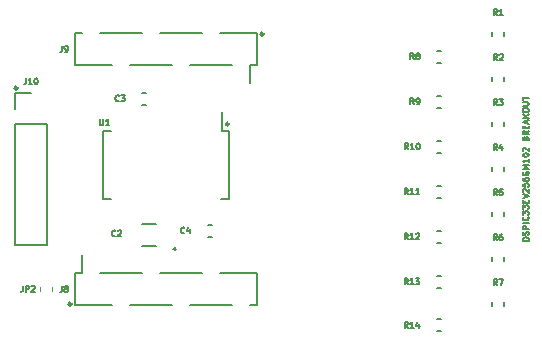
<source format=gto>
%TF.GenerationSoftware,KiCad,Pcbnew,(5.1.6)-1*%
%TF.CreationDate,2020-07-31T18:02:46-07:00*%
%TF.ProjectId,dspic33ev256gm102,64737069-6333-4336-9576-323536676d31,rev?*%
%TF.SameCoordinates,Original*%
%TF.FileFunction,Legend,Top*%
%TF.FilePolarity,Positive*%
%FSLAX46Y46*%
G04 Gerber Fmt 4.6, Leading zero omitted, Abs format (unit mm)*
G04 Created by KiCad (PCBNEW (5.1.6)-1) date 2020-07-31 18:02:46*
%MOMM*%
%LPD*%
G01*
G04 APERTURE LIST*
%ADD10C,0.127000*%
%ADD11C,0.254000*%
%ADD12C,0.120000*%
G04 APERTURE END LIST*
D10*
X195936809Y-93689714D02*
X195428809Y-93689714D01*
X195428809Y-93568761D01*
X195453000Y-93496190D01*
X195501380Y-93447809D01*
X195549761Y-93423619D01*
X195646523Y-93399428D01*
X195719095Y-93399428D01*
X195815857Y-93423619D01*
X195864238Y-93447809D01*
X195912619Y-93496190D01*
X195936809Y-93568761D01*
X195936809Y-93689714D01*
X195912619Y-93205904D02*
X195936809Y-93133333D01*
X195936809Y-93012380D01*
X195912619Y-92964000D01*
X195888428Y-92939809D01*
X195840047Y-92915619D01*
X195791666Y-92915619D01*
X195743285Y-92939809D01*
X195719095Y-92964000D01*
X195694904Y-93012380D01*
X195670714Y-93109142D01*
X195646523Y-93157523D01*
X195622333Y-93181714D01*
X195573952Y-93205904D01*
X195525571Y-93205904D01*
X195477190Y-93181714D01*
X195453000Y-93157523D01*
X195428809Y-93109142D01*
X195428809Y-92988190D01*
X195453000Y-92915619D01*
X195936809Y-92697904D02*
X195428809Y-92697904D01*
X195428809Y-92504380D01*
X195453000Y-92456000D01*
X195477190Y-92431809D01*
X195525571Y-92407619D01*
X195598142Y-92407619D01*
X195646523Y-92431809D01*
X195670714Y-92456000D01*
X195694904Y-92504380D01*
X195694904Y-92697904D01*
X195936809Y-92189904D02*
X195428809Y-92189904D01*
X195888428Y-91657714D02*
X195912619Y-91681904D01*
X195936809Y-91754476D01*
X195936809Y-91802857D01*
X195912619Y-91875428D01*
X195864238Y-91923809D01*
X195815857Y-91948000D01*
X195719095Y-91972190D01*
X195646523Y-91972190D01*
X195549761Y-91948000D01*
X195501380Y-91923809D01*
X195453000Y-91875428D01*
X195428809Y-91802857D01*
X195428809Y-91754476D01*
X195453000Y-91681904D01*
X195477190Y-91657714D01*
X195428809Y-91488380D02*
X195428809Y-91173904D01*
X195622333Y-91343238D01*
X195622333Y-91270666D01*
X195646523Y-91222285D01*
X195670714Y-91198095D01*
X195719095Y-91173904D01*
X195840047Y-91173904D01*
X195888428Y-91198095D01*
X195912619Y-91222285D01*
X195936809Y-91270666D01*
X195936809Y-91415809D01*
X195912619Y-91464190D01*
X195888428Y-91488380D01*
X195428809Y-91004571D02*
X195428809Y-90690095D01*
X195622333Y-90859428D01*
X195622333Y-90786857D01*
X195646523Y-90738476D01*
X195670714Y-90714285D01*
X195719095Y-90690095D01*
X195840047Y-90690095D01*
X195888428Y-90714285D01*
X195912619Y-90738476D01*
X195936809Y-90786857D01*
X195936809Y-90932000D01*
X195912619Y-90980380D01*
X195888428Y-91004571D01*
X195670714Y-90472380D02*
X195670714Y-90303047D01*
X195936809Y-90230476D02*
X195936809Y-90472380D01*
X195428809Y-90472380D01*
X195428809Y-90230476D01*
X195428809Y-90085333D02*
X195936809Y-89916000D01*
X195428809Y-89746666D01*
X195477190Y-89601523D02*
X195453000Y-89577333D01*
X195428809Y-89528952D01*
X195428809Y-89408000D01*
X195453000Y-89359619D01*
X195477190Y-89335428D01*
X195525571Y-89311238D01*
X195573952Y-89311238D01*
X195646523Y-89335428D01*
X195936809Y-89625714D01*
X195936809Y-89311238D01*
X195428809Y-88851619D02*
X195428809Y-89093523D01*
X195670714Y-89117714D01*
X195646523Y-89093523D01*
X195622333Y-89045142D01*
X195622333Y-88924190D01*
X195646523Y-88875809D01*
X195670714Y-88851619D01*
X195719095Y-88827428D01*
X195840047Y-88827428D01*
X195888428Y-88851619D01*
X195912619Y-88875809D01*
X195936809Y-88924190D01*
X195936809Y-89045142D01*
X195912619Y-89093523D01*
X195888428Y-89117714D01*
X195428809Y-88392000D02*
X195428809Y-88488761D01*
X195453000Y-88537142D01*
X195477190Y-88561333D01*
X195549761Y-88609714D01*
X195646523Y-88633904D01*
X195840047Y-88633904D01*
X195888428Y-88609714D01*
X195912619Y-88585523D01*
X195936809Y-88537142D01*
X195936809Y-88440380D01*
X195912619Y-88392000D01*
X195888428Y-88367809D01*
X195840047Y-88343619D01*
X195719095Y-88343619D01*
X195670714Y-88367809D01*
X195646523Y-88392000D01*
X195622333Y-88440380D01*
X195622333Y-88537142D01*
X195646523Y-88585523D01*
X195670714Y-88609714D01*
X195719095Y-88633904D01*
X195453000Y-87859809D02*
X195428809Y-87908190D01*
X195428809Y-87980761D01*
X195453000Y-88053333D01*
X195501380Y-88101714D01*
X195549761Y-88125904D01*
X195646523Y-88150095D01*
X195719095Y-88150095D01*
X195815857Y-88125904D01*
X195864238Y-88101714D01*
X195912619Y-88053333D01*
X195936809Y-87980761D01*
X195936809Y-87932380D01*
X195912619Y-87859809D01*
X195888428Y-87835619D01*
X195719095Y-87835619D01*
X195719095Y-87932380D01*
X195936809Y-87617904D02*
X195428809Y-87617904D01*
X195791666Y-87448571D01*
X195428809Y-87279238D01*
X195936809Y-87279238D01*
X195936809Y-86771238D02*
X195936809Y-87061523D01*
X195936809Y-86916380D02*
X195428809Y-86916380D01*
X195501380Y-86964761D01*
X195549761Y-87013142D01*
X195573952Y-87061523D01*
X195428809Y-86456761D02*
X195428809Y-86408380D01*
X195453000Y-86360000D01*
X195477190Y-86335809D01*
X195525571Y-86311619D01*
X195622333Y-86287428D01*
X195743285Y-86287428D01*
X195840047Y-86311619D01*
X195888428Y-86335809D01*
X195912619Y-86360000D01*
X195936809Y-86408380D01*
X195936809Y-86456761D01*
X195912619Y-86505142D01*
X195888428Y-86529333D01*
X195840047Y-86553523D01*
X195743285Y-86577714D01*
X195622333Y-86577714D01*
X195525571Y-86553523D01*
X195477190Y-86529333D01*
X195453000Y-86505142D01*
X195428809Y-86456761D01*
X195477190Y-86093904D02*
X195453000Y-86069714D01*
X195428809Y-86021333D01*
X195428809Y-85900380D01*
X195453000Y-85852000D01*
X195477190Y-85827809D01*
X195525571Y-85803619D01*
X195573952Y-85803619D01*
X195646523Y-85827809D01*
X195936809Y-86118095D01*
X195936809Y-85803619D01*
X195670714Y-85029523D02*
X195694904Y-84956952D01*
X195719095Y-84932761D01*
X195767476Y-84908571D01*
X195840047Y-84908571D01*
X195888428Y-84932761D01*
X195912619Y-84956952D01*
X195936809Y-85005333D01*
X195936809Y-85198857D01*
X195428809Y-85198857D01*
X195428809Y-85029523D01*
X195453000Y-84981142D01*
X195477190Y-84956952D01*
X195525571Y-84932761D01*
X195573952Y-84932761D01*
X195622333Y-84956952D01*
X195646523Y-84981142D01*
X195670714Y-85029523D01*
X195670714Y-85198857D01*
X195936809Y-84400571D02*
X195694904Y-84569904D01*
X195936809Y-84690857D02*
X195428809Y-84690857D01*
X195428809Y-84497333D01*
X195453000Y-84448952D01*
X195477190Y-84424761D01*
X195525571Y-84400571D01*
X195598142Y-84400571D01*
X195646523Y-84424761D01*
X195670714Y-84448952D01*
X195694904Y-84497333D01*
X195694904Y-84690857D01*
X195670714Y-84182857D02*
X195670714Y-84013523D01*
X195936809Y-83940952D02*
X195936809Y-84182857D01*
X195428809Y-84182857D01*
X195428809Y-83940952D01*
X195791666Y-83747428D02*
X195791666Y-83505523D01*
X195936809Y-83795809D02*
X195428809Y-83626476D01*
X195936809Y-83457142D01*
X195936809Y-83287809D02*
X195428809Y-83287809D01*
X195936809Y-82997523D02*
X195646523Y-83215238D01*
X195428809Y-82997523D02*
X195719095Y-83287809D01*
X195428809Y-82683047D02*
X195428809Y-82586285D01*
X195453000Y-82537904D01*
X195501380Y-82489523D01*
X195598142Y-82465333D01*
X195767476Y-82465333D01*
X195864238Y-82489523D01*
X195912619Y-82537904D01*
X195936809Y-82586285D01*
X195936809Y-82683047D01*
X195912619Y-82731428D01*
X195864238Y-82779809D01*
X195767476Y-82804000D01*
X195598142Y-82804000D01*
X195501380Y-82779809D01*
X195453000Y-82731428D01*
X195428809Y-82683047D01*
X195428809Y-82247619D02*
X195840047Y-82247619D01*
X195888428Y-82223428D01*
X195912619Y-82199238D01*
X195936809Y-82150857D01*
X195936809Y-82054095D01*
X195912619Y-82005714D01*
X195888428Y-81981523D01*
X195840047Y-81957333D01*
X195428809Y-81957333D01*
X195428809Y-81788000D02*
X195428809Y-81497714D01*
X195936809Y-81642857D02*
X195428809Y-81642857D01*
X165989000Y-94234000D02*
X165989000Y-94488000D01*
X165862000Y-94361000D02*
X166116000Y-94361000D01*
D11*
X152654000Y-80772000D02*
G75*
G03*
X152654000Y-80772000I-127000J0D01*
G01*
X157226000Y-99060000D02*
G75*
G03*
X157226000Y-99060000I-127000J0D01*
G01*
X173482000Y-76200000D02*
G75*
G03*
X173482000Y-76200000I-127000J0D01*
G01*
X170561000Y-83820000D02*
G75*
G03*
X170561000Y-83820000I-127000J0D01*
G01*
D10*
%TO.C,R14*%
X188178221Y-101348000D02*
X188503779Y-101348000D01*
X188178221Y-100328000D02*
X188503779Y-100328000D01*
%TO.C,R13*%
X188178221Y-97665000D02*
X188503779Y-97665000D01*
X188178221Y-96645000D02*
X188503779Y-96645000D01*
%TO.C,R12*%
X188178221Y-93855000D02*
X188503779Y-93855000D01*
X188178221Y-92835000D02*
X188503779Y-92835000D01*
%TO.C,R11*%
X188178221Y-90045000D02*
X188503779Y-90045000D01*
X188178221Y-89025000D02*
X188503779Y-89025000D01*
%TO.C,R7*%
X193867500Y-98897221D02*
X193867500Y-99222779D01*
X192847500Y-98897221D02*
X192847500Y-99222779D01*
%TO.C,R6*%
X193867500Y-95087221D02*
X193867500Y-95412779D01*
X192847500Y-95087221D02*
X192847500Y-95412779D01*
%TO.C,R5*%
X193867500Y-91277221D02*
X193867500Y-91602779D01*
X192847500Y-91277221D02*
X192847500Y-91602779D01*
%TO.C,R4*%
X193867500Y-87467221D02*
X193867500Y-87792779D01*
X192847500Y-87467221D02*
X192847500Y-87792779D01*
%TO.C,R10*%
X188178221Y-86235000D02*
X188503779Y-86235000D01*
X188178221Y-85215000D02*
X188503779Y-85215000D01*
%TO.C,R3*%
X193867500Y-83657221D02*
X193867500Y-83982779D01*
X192847500Y-83657221D02*
X192847500Y-83982779D01*
%TO.C,R9*%
X188178221Y-82425000D02*
X188503779Y-82425000D01*
X188178221Y-81405000D02*
X188503779Y-81405000D01*
%TO.C,R8*%
X188178221Y-78615000D02*
X188503779Y-78615000D01*
X188178221Y-77595000D02*
X188503779Y-77595000D01*
%TO.C,R2*%
X193867500Y-79847221D02*
X193867500Y-80172779D01*
X192847500Y-79847221D02*
X192847500Y-80172779D01*
%TO.C,R1*%
X193867500Y-76037221D02*
X193867500Y-76362779D01*
X192847500Y-76037221D02*
X192847500Y-76362779D01*
%TO.C,C2*%
X164429064Y-94128000D02*
X163224936Y-94128000D01*
X164429064Y-92308000D02*
X163224936Y-92308000D01*
%TO.C,C3*%
X163184721Y-82171000D02*
X163510279Y-82171000D01*
X163184721Y-81151000D02*
X163510279Y-81151000D01*
%TO.C,C4*%
X169098279Y-92327000D02*
X168772721Y-92327000D01*
X169098279Y-93347000D02*
X168772721Y-93347000D01*
%TO.C,J10*%
X152467000Y-81220000D02*
X153797000Y-81220000D01*
X152467000Y-82550000D02*
X152467000Y-81220000D01*
X152467000Y-83820000D02*
X155127000Y-83820000D01*
X155127000Y-83820000D02*
X155127000Y-94040000D01*
X152467000Y-83820000D02*
X152467000Y-94040000D01*
X152467000Y-94040000D02*
X155127000Y-94040000D01*
%TO.C,U1*%
X170552000Y-84374000D02*
X169977000Y-84374000D01*
X170552000Y-90124000D02*
X169902000Y-90124000D01*
X159902000Y-90124000D02*
X160552000Y-90124000D01*
X159902000Y-84374000D02*
X160552000Y-84374000D01*
X170552000Y-84374000D02*
X170552000Y-90124000D01*
X159902000Y-84374000D02*
X159902000Y-90124000D01*
X169977000Y-84374000D02*
X169977000Y-82774000D01*
%TO.C,J8*%
X157547000Y-99120000D02*
X157547000Y-96460000D01*
X172907000Y-99120000D02*
X172907000Y-96460000D01*
X159637000Y-96460000D02*
X163197000Y-96460000D01*
X164717000Y-96460000D02*
X168277000Y-96460000D01*
X169797000Y-96460000D02*
X172907000Y-96460000D01*
X157547000Y-99120000D02*
X160657000Y-99120000D01*
X158117000Y-96460000D02*
X158117000Y-94940000D01*
X157547000Y-96460000D02*
X158117000Y-96460000D01*
X172337000Y-99120000D02*
X172907000Y-99120000D01*
X162177000Y-99120000D02*
X165737000Y-99120000D01*
X167257000Y-99120000D02*
X170817000Y-99120000D01*
%TO.C,J9*%
X163197000Y-76140000D02*
X159637000Y-76140000D01*
X168277000Y-76140000D02*
X164717000Y-76140000D01*
X158117000Y-76140000D02*
X157547000Y-76140000D01*
X172907000Y-78800000D02*
X172337000Y-78800000D01*
X172337000Y-78800000D02*
X172337000Y-80320000D01*
X172907000Y-76140000D02*
X169797000Y-76140000D01*
X160657000Y-78800000D02*
X157547000Y-78800000D01*
X165737000Y-78800000D02*
X162177000Y-78800000D01*
X170817000Y-78800000D02*
X167257000Y-78800000D01*
X157547000Y-76140000D02*
X157547000Y-78800000D01*
X172907000Y-76140000D02*
X172907000Y-78800000D01*
D12*
%TO.C,JP2*%
X155577000Y-97601721D02*
X155577000Y-97927279D01*
X154557000Y-97601721D02*
X154557000Y-97927279D01*
%TO.C,R14*%
D10*
X185728428Y-101067809D02*
X185559095Y-100825904D01*
X185438142Y-101067809D02*
X185438142Y-100559809D01*
X185631666Y-100559809D01*
X185680047Y-100584000D01*
X185704238Y-100608190D01*
X185728428Y-100656571D01*
X185728428Y-100729142D01*
X185704238Y-100777523D01*
X185680047Y-100801714D01*
X185631666Y-100825904D01*
X185438142Y-100825904D01*
X186212238Y-101067809D02*
X185921952Y-101067809D01*
X186067095Y-101067809D02*
X186067095Y-100559809D01*
X186018714Y-100632380D01*
X185970333Y-100680761D01*
X185921952Y-100704952D01*
X186647666Y-100729142D02*
X186647666Y-101067809D01*
X186526714Y-100535619D02*
X186405761Y-100898476D01*
X186720238Y-100898476D01*
%TO.C,R13*%
X185728428Y-97384809D02*
X185559095Y-97142904D01*
X185438142Y-97384809D02*
X185438142Y-96876809D01*
X185631666Y-96876809D01*
X185680047Y-96901000D01*
X185704238Y-96925190D01*
X185728428Y-96973571D01*
X185728428Y-97046142D01*
X185704238Y-97094523D01*
X185680047Y-97118714D01*
X185631666Y-97142904D01*
X185438142Y-97142904D01*
X186212238Y-97384809D02*
X185921952Y-97384809D01*
X186067095Y-97384809D02*
X186067095Y-96876809D01*
X186018714Y-96949380D01*
X185970333Y-96997761D01*
X185921952Y-97021952D01*
X186381571Y-96876809D02*
X186696047Y-96876809D01*
X186526714Y-97070333D01*
X186599285Y-97070333D01*
X186647666Y-97094523D01*
X186671857Y-97118714D01*
X186696047Y-97167095D01*
X186696047Y-97288047D01*
X186671857Y-97336428D01*
X186647666Y-97360619D01*
X186599285Y-97384809D01*
X186454142Y-97384809D01*
X186405761Y-97360619D01*
X186381571Y-97336428D01*
%TO.C,R12*%
X185728428Y-93574809D02*
X185559095Y-93332904D01*
X185438142Y-93574809D02*
X185438142Y-93066809D01*
X185631666Y-93066809D01*
X185680047Y-93091000D01*
X185704238Y-93115190D01*
X185728428Y-93163571D01*
X185728428Y-93236142D01*
X185704238Y-93284523D01*
X185680047Y-93308714D01*
X185631666Y-93332904D01*
X185438142Y-93332904D01*
X186212238Y-93574809D02*
X185921952Y-93574809D01*
X186067095Y-93574809D02*
X186067095Y-93066809D01*
X186018714Y-93139380D01*
X185970333Y-93187761D01*
X185921952Y-93211952D01*
X186405761Y-93115190D02*
X186429952Y-93091000D01*
X186478333Y-93066809D01*
X186599285Y-93066809D01*
X186647666Y-93091000D01*
X186671857Y-93115190D01*
X186696047Y-93163571D01*
X186696047Y-93211952D01*
X186671857Y-93284523D01*
X186381571Y-93574809D01*
X186696047Y-93574809D01*
%TO.C,R11*%
X185728428Y-89764809D02*
X185559095Y-89522904D01*
X185438142Y-89764809D02*
X185438142Y-89256809D01*
X185631666Y-89256809D01*
X185680047Y-89281000D01*
X185704238Y-89305190D01*
X185728428Y-89353571D01*
X185728428Y-89426142D01*
X185704238Y-89474523D01*
X185680047Y-89498714D01*
X185631666Y-89522904D01*
X185438142Y-89522904D01*
X186212238Y-89764809D02*
X185921952Y-89764809D01*
X186067095Y-89764809D02*
X186067095Y-89256809D01*
X186018714Y-89329380D01*
X185970333Y-89377761D01*
X185921952Y-89401952D01*
X186696047Y-89764809D02*
X186405761Y-89764809D01*
X186550904Y-89764809D02*
X186550904Y-89256809D01*
X186502523Y-89329380D01*
X186454142Y-89377761D01*
X186405761Y-89401952D01*
%TO.C,R7*%
X193272833Y-97435509D02*
X193103500Y-97193604D01*
X192982547Y-97435509D02*
X192982547Y-96927509D01*
X193176071Y-96927509D01*
X193224452Y-96951700D01*
X193248642Y-96975890D01*
X193272833Y-97024271D01*
X193272833Y-97096842D01*
X193248642Y-97145223D01*
X193224452Y-97169414D01*
X193176071Y-97193604D01*
X192982547Y-97193604D01*
X193442166Y-96927509D02*
X193780833Y-96927509D01*
X193563119Y-97435509D01*
%TO.C,R6*%
X193272833Y-93625709D02*
X193103500Y-93383804D01*
X192982547Y-93625709D02*
X192982547Y-93117709D01*
X193176071Y-93117709D01*
X193224452Y-93141900D01*
X193248642Y-93166090D01*
X193272833Y-93214471D01*
X193272833Y-93287042D01*
X193248642Y-93335423D01*
X193224452Y-93359614D01*
X193176071Y-93383804D01*
X192982547Y-93383804D01*
X193708261Y-93117709D02*
X193611500Y-93117709D01*
X193563119Y-93141900D01*
X193538928Y-93166090D01*
X193490547Y-93238661D01*
X193466357Y-93335423D01*
X193466357Y-93528947D01*
X193490547Y-93577328D01*
X193514738Y-93601519D01*
X193563119Y-93625709D01*
X193659880Y-93625709D01*
X193708261Y-93601519D01*
X193732452Y-93577328D01*
X193756642Y-93528947D01*
X193756642Y-93407995D01*
X193732452Y-93359614D01*
X193708261Y-93335423D01*
X193659880Y-93311233D01*
X193563119Y-93311233D01*
X193514738Y-93335423D01*
X193490547Y-93359614D01*
X193466357Y-93407995D01*
%TO.C,R5*%
X193272833Y-89815609D02*
X193103500Y-89573704D01*
X192982547Y-89815609D02*
X192982547Y-89307609D01*
X193176071Y-89307609D01*
X193224452Y-89331800D01*
X193248642Y-89355990D01*
X193272833Y-89404371D01*
X193272833Y-89476942D01*
X193248642Y-89525323D01*
X193224452Y-89549514D01*
X193176071Y-89573704D01*
X192982547Y-89573704D01*
X193732452Y-89307609D02*
X193490547Y-89307609D01*
X193466357Y-89549514D01*
X193490547Y-89525323D01*
X193538928Y-89501133D01*
X193659880Y-89501133D01*
X193708261Y-89525323D01*
X193732452Y-89549514D01*
X193756642Y-89597895D01*
X193756642Y-89718847D01*
X193732452Y-89767228D01*
X193708261Y-89791419D01*
X193659880Y-89815609D01*
X193538928Y-89815609D01*
X193490547Y-89791419D01*
X193466357Y-89767228D01*
%TO.C,R4*%
X193272833Y-86005609D02*
X193103500Y-85763704D01*
X192982547Y-86005609D02*
X192982547Y-85497609D01*
X193176071Y-85497609D01*
X193224452Y-85521800D01*
X193248642Y-85545990D01*
X193272833Y-85594371D01*
X193272833Y-85666942D01*
X193248642Y-85715323D01*
X193224452Y-85739514D01*
X193176071Y-85763704D01*
X192982547Y-85763704D01*
X193708261Y-85666942D02*
X193708261Y-86005609D01*
X193587309Y-85473419D02*
X193466357Y-85836276D01*
X193780833Y-85836276D01*
%TO.C,R10*%
X185753928Y-85954809D02*
X185584595Y-85712904D01*
X185463642Y-85954809D02*
X185463642Y-85446809D01*
X185657166Y-85446809D01*
X185705547Y-85471000D01*
X185729738Y-85495190D01*
X185753928Y-85543571D01*
X185753928Y-85616142D01*
X185729738Y-85664523D01*
X185705547Y-85688714D01*
X185657166Y-85712904D01*
X185463642Y-85712904D01*
X186237738Y-85954809D02*
X185947452Y-85954809D01*
X186092595Y-85954809D02*
X186092595Y-85446809D01*
X186044214Y-85519380D01*
X185995833Y-85567761D01*
X185947452Y-85591952D01*
X186552214Y-85446809D02*
X186600595Y-85446809D01*
X186648976Y-85471000D01*
X186673166Y-85495190D01*
X186697357Y-85543571D01*
X186721547Y-85640333D01*
X186721547Y-85761285D01*
X186697357Y-85858047D01*
X186673166Y-85906428D01*
X186648976Y-85930619D01*
X186600595Y-85954809D01*
X186552214Y-85954809D01*
X186503833Y-85930619D01*
X186479642Y-85906428D01*
X186455452Y-85858047D01*
X186431261Y-85761285D01*
X186431261Y-85640333D01*
X186455452Y-85543571D01*
X186479642Y-85495190D01*
X186503833Y-85471000D01*
X186552214Y-85446809D01*
%TO.C,R3*%
X193272833Y-82195609D02*
X193103500Y-81953704D01*
X192982547Y-82195609D02*
X192982547Y-81687609D01*
X193176071Y-81687609D01*
X193224452Y-81711800D01*
X193248642Y-81735990D01*
X193272833Y-81784371D01*
X193272833Y-81856942D01*
X193248642Y-81905323D01*
X193224452Y-81929514D01*
X193176071Y-81953704D01*
X192982547Y-81953704D01*
X193442166Y-81687609D02*
X193756642Y-81687609D01*
X193587309Y-81881133D01*
X193659880Y-81881133D01*
X193708261Y-81905323D01*
X193732452Y-81929514D01*
X193756642Y-81977895D01*
X193756642Y-82098847D01*
X193732452Y-82147228D01*
X193708261Y-82171419D01*
X193659880Y-82195609D01*
X193514738Y-82195609D01*
X193466357Y-82171419D01*
X193442166Y-82147228D01*
%TO.C,R9*%
X186224333Y-82144809D02*
X186055000Y-81902904D01*
X185934047Y-82144809D02*
X185934047Y-81636809D01*
X186127571Y-81636809D01*
X186175952Y-81661000D01*
X186200142Y-81685190D01*
X186224333Y-81733571D01*
X186224333Y-81806142D01*
X186200142Y-81854523D01*
X186175952Y-81878714D01*
X186127571Y-81902904D01*
X185934047Y-81902904D01*
X186466238Y-82144809D02*
X186563000Y-82144809D01*
X186611380Y-82120619D01*
X186635571Y-82096428D01*
X186683952Y-82023857D01*
X186708142Y-81927095D01*
X186708142Y-81733571D01*
X186683952Y-81685190D01*
X186659761Y-81661000D01*
X186611380Y-81636809D01*
X186514619Y-81636809D01*
X186466238Y-81661000D01*
X186442047Y-81685190D01*
X186417857Y-81733571D01*
X186417857Y-81854523D01*
X186442047Y-81902904D01*
X186466238Y-81927095D01*
X186514619Y-81951285D01*
X186611380Y-81951285D01*
X186659761Y-81927095D01*
X186683952Y-81902904D01*
X186708142Y-81854523D01*
%TO.C,R8*%
X186224333Y-78334809D02*
X186055000Y-78092904D01*
X185934047Y-78334809D02*
X185934047Y-77826809D01*
X186127571Y-77826809D01*
X186175952Y-77851000D01*
X186200142Y-77875190D01*
X186224333Y-77923571D01*
X186224333Y-77996142D01*
X186200142Y-78044523D01*
X186175952Y-78068714D01*
X186127571Y-78092904D01*
X185934047Y-78092904D01*
X186514619Y-78044523D02*
X186466238Y-78020333D01*
X186442047Y-77996142D01*
X186417857Y-77947761D01*
X186417857Y-77923571D01*
X186442047Y-77875190D01*
X186466238Y-77851000D01*
X186514619Y-77826809D01*
X186611380Y-77826809D01*
X186659761Y-77851000D01*
X186683952Y-77875190D01*
X186708142Y-77923571D01*
X186708142Y-77947761D01*
X186683952Y-77996142D01*
X186659761Y-78020333D01*
X186611380Y-78044523D01*
X186514619Y-78044523D01*
X186466238Y-78068714D01*
X186442047Y-78092904D01*
X186417857Y-78141285D01*
X186417857Y-78238047D01*
X186442047Y-78286428D01*
X186466238Y-78310619D01*
X186514619Y-78334809D01*
X186611380Y-78334809D01*
X186659761Y-78310619D01*
X186683952Y-78286428D01*
X186708142Y-78238047D01*
X186708142Y-78141285D01*
X186683952Y-78092904D01*
X186659761Y-78068714D01*
X186611380Y-78044523D01*
%TO.C,R2*%
X193272833Y-78385709D02*
X193103500Y-78143804D01*
X192982547Y-78385709D02*
X192982547Y-77877709D01*
X193176071Y-77877709D01*
X193224452Y-77901900D01*
X193248642Y-77926090D01*
X193272833Y-77974471D01*
X193272833Y-78047042D01*
X193248642Y-78095423D01*
X193224452Y-78119614D01*
X193176071Y-78143804D01*
X192982547Y-78143804D01*
X193466357Y-77926090D02*
X193490547Y-77901900D01*
X193538928Y-77877709D01*
X193659880Y-77877709D01*
X193708261Y-77901900D01*
X193732452Y-77926090D01*
X193756642Y-77974471D01*
X193756642Y-78022852D01*
X193732452Y-78095423D01*
X193442166Y-78385709D01*
X193756642Y-78385709D01*
%TO.C,R1*%
X193272833Y-74575709D02*
X193103500Y-74333804D01*
X192982547Y-74575709D02*
X192982547Y-74067709D01*
X193176071Y-74067709D01*
X193224452Y-74091900D01*
X193248642Y-74116090D01*
X193272833Y-74164471D01*
X193272833Y-74237042D01*
X193248642Y-74285423D01*
X193224452Y-74309614D01*
X193176071Y-74333804D01*
X192982547Y-74333804D01*
X193756642Y-74575709D02*
X193466357Y-74575709D01*
X193611500Y-74575709D02*
X193611500Y-74067709D01*
X193563119Y-74140280D01*
X193514738Y-74188661D01*
X193466357Y-74212852D01*
%TO.C,C2*%
X160951333Y-93272428D02*
X160927142Y-93296619D01*
X160854571Y-93320809D01*
X160806190Y-93320809D01*
X160733619Y-93296619D01*
X160685238Y-93248238D01*
X160661047Y-93199857D01*
X160636857Y-93103095D01*
X160636857Y-93030523D01*
X160661047Y-92933761D01*
X160685238Y-92885380D01*
X160733619Y-92837000D01*
X160806190Y-92812809D01*
X160854571Y-92812809D01*
X160927142Y-92837000D01*
X160951333Y-92861190D01*
X161144857Y-92861190D02*
X161169047Y-92837000D01*
X161217428Y-92812809D01*
X161338380Y-92812809D01*
X161386761Y-92837000D01*
X161410952Y-92861190D01*
X161435142Y-92909571D01*
X161435142Y-92957952D01*
X161410952Y-93030523D01*
X161120666Y-93320809D01*
X161435142Y-93320809D01*
%TO.C,C3*%
X161256333Y-81842428D02*
X161232142Y-81866619D01*
X161159571Y-81890809D01*
X161111190Y-81890809D01*
X161038619Y-81866619D01*
X160990238Y-81818238D01*
X160966047Y-81769857D01*
X160941857Y-81673095D01*
X160941857Y-81600523D01*
X160966047Y-81503761D01*
X160990238Y-81455380D01*
X161038619Y-81407000D01*
X161111190Y-81382809D01*
X161159571Y-81382809D01*
X161232142Y-81407000D01*
X161256333Y-81431190D01*
X161425666Y-81382809D02*
X161740142Y-81382809D01*
X161570809Y-81576333D01*
X161643380Y-81576333D01*
X161691761Y-81600523D01*
X161715952Y-81624714D01*
X161740142Y-81673095D01*
X161740142Y-81794047D01*
X161715952Y-81842428D01*
X161691761Y-81866619D01*
X161643380Y-81890809D01*
X161498238Y-81890809D01*
X161449857Y-81866619D01*
X161425666Y-81842428D01*
%TO.C,C4*%
X166793333Y-93018428D02*
X166769142Y-93042619D01*
X166696571Y-93066809D01*
X166648190Y-93066809D01*
X166575619Y-93042619D01*
X166527238Y-92994238D01*
X166503047Y-92945857D01*
X166478857Y-92849095D01*
X166478857Y-92776523D01*
X166503047Y-92679761D01*
X166527238Y-92631380D01*
X166575619Y-92583000D01*
X166648190Y-92558809D01*
X166696571Y-92558809D01*
X166769142Y-92583000D01*
X166793333Y-92607190D01*
X167228761Y-92728142D02*
X167228761Y-93066809D01*
X167107809Y-92534619D02*
X166986857Y-92897476D01*
X167301333Y-92897476D01*
%TO.C,J10*%
X153385761Y-79941809D02*
X153385761Y-80304666D01*
X153361571Y-80377238D01*
X153313190Y-80425619D01*
X153240619Y-80449809D01*
X153192238Y-80449809D01*
X153893761Y-80449809D02*
X153603476Y-80449809D01*
X153748619Y-80449809D02*
X153748619Y-79941809D01*
X153700238Y-80014380D01*
X153651857Y-80062761D01*
X153603476Y-80086952D01*
X154208238Y-79941809D02*
X154256619Y-79941809D01*
X154305000Y-79966000D01*
X154329190Y-79990190D01*
X154353380Y-80038571D01*
X154377571Y-80135333D01*
X154377571Y-80256285D01*
X154353380Y-80353047D01*
X154329190Y-80401428D01*
X154305000Y-80425619D01*
X154256619Y-80449809D01*
X154208238Y-80449809D01*
X154159857Y-80425619D01*
X154135666Y-80401428D01*
X154111476Y-80353047D01*
X154087285Y-80256285D01*
X154087285Y-80135333D01*
X154111476Y-80038571D01*
X154135666Y-79990190D01*
X154159857Y-79966000D01*
X154208238Y-79941809D01*
%TO.C,U1*%
X159632952Y-83414809D02*
X159632952Y-83826047D01*
X159657142Y-83874428D01*
X159681333Y-83898619D01*
X159729714Y-83922809D01*
X159826476Y-83922809D01*
X159874857Y-83898619D01*
X159899047Y-83874428D01*
X159923238Y-83826047D01*
X159923238Y-83414809D01*
X160431238Y-83922809D02*
X160140952Y-83922809D01*
X160286095Y-83922809D02*
X160286095Y-83414809D01*
X160237714Y-83487380D01*
X160189333Y-83535761D01*
X160140952Y-83559952D01*
%TO.C,J8*%
X156421666Y-97511809D02*
X156421666Y-97874666D01*
X156397476Y-97947238D01*
X156349095Y-97995619D01*
X156276523Y-98019809D01*
X156228142Y-98019809D01*
X156736142Y-97729523D02*
X156687761Y-97705333D01*
X156663571Y-97681142D01*
X156639380Y-97632761D01*
X156639380Y-97608571D01*
X156663571Y-97560190D01*
X156687761Y-97536000D01*
X156736142Y-97511809D01*
X156832904Y-97511809D01*
X156881285Y-97536000D01*
X156905476Y-97560190D01*
X156929666Y-97608571D01*
X156929666Y-97632761D01*
X156905476Y-97681142D01*
X156881285Y-97705333D01*
X156832904Y-97729523D01*
X156736142Y-97729523D01*
X156687761Y-97753714D01*
X156663571Y-97777904D01*
X156639380Y-97826285D01*
X156639380Y-97923047D01*
X156663571Y-97971428D01*
X156687761Y-97995619D01*
X156736142Y-98019809D01*
X156832904Y-98019809D01*
X156881285Y-97995619D01*
X156905476Y-97971428D01*
X156929666Y-97923047D01*
X156929666Y-97826285D01*
X156905476Y-97777904D01*
X156881285Y-97753714D01*
X156832904Y-97729523D01*
%TO.C,J9*%
X156421666Y-77191809D02*
X156421666Y-77554666D01*
X156397476Y-77627238D01*
X156349095Y-77675619D01*
X156276523Y-77699809D01*
X156228142Y-77699809D01*
X156687761Y-77699809D02*
X156784523Y-77699809D01*
X156832904Y-77675619D01*
X156857095Y-77651428D01*
X156905476Y-77578857D01*
X156929666Y-77482095D01*
X156929666Y-77288571D01*
X156905476Y-77240190D01*
X156881285Y-77216000D01*
X156832904Y-77191809D01*
X156736142Y-77191809D01*
X156687761Y-77216000D01*
X156663571Y-77240190D01*
X156639380Y-77288571D01*
X156639380Y-77409523D01*
X156663571Y-77457904D01*
X156687761Y-77482095D01*
X156736142Y-77506285D01*
X156832904Y-77506285D01*
X156881285Y-77482095D01*
X156905476Y-77457904D01*
X156929666Y-77409523D01*
%TO.C,JP2*%
X153119666Y-97486309D02*
X153119666Y-97849166D01*
X153095476Y-97921738D01*
X153047095Y-97970119D01*
X152974523Y-97994309D01*
X152926142Y-97994309D01*
X153361571Y-97994309D02*
X153361571Y-97486309D01*
X153555095Y-97486309D01*
X153603476Y-97510500D01*
X153627666Y-97534690D01*
X153651857Y-97583071D01*
X153651857Y-97655642D01*
X153627666Y-97704023D01*
X153603476Y-97728214D01*
X153555095Y-97752404D01*
X153361571Y-97752404D01*
X153845380Y-97534690D02*
X153869571Y-97510500D01*
X153917952Y-97486309D01*
X154038904Y-97486309D01*
X154087285Y-97510500D01*
X154111476Y-97534690D01*
X154135666Y-97583071D01*
X154135666Y-97631452D01*
X154111476Y-97704023D01*
X153821190Y-97994309D01*
X154135666Y-97994309D01*
%TD*%
M02*

</source>
